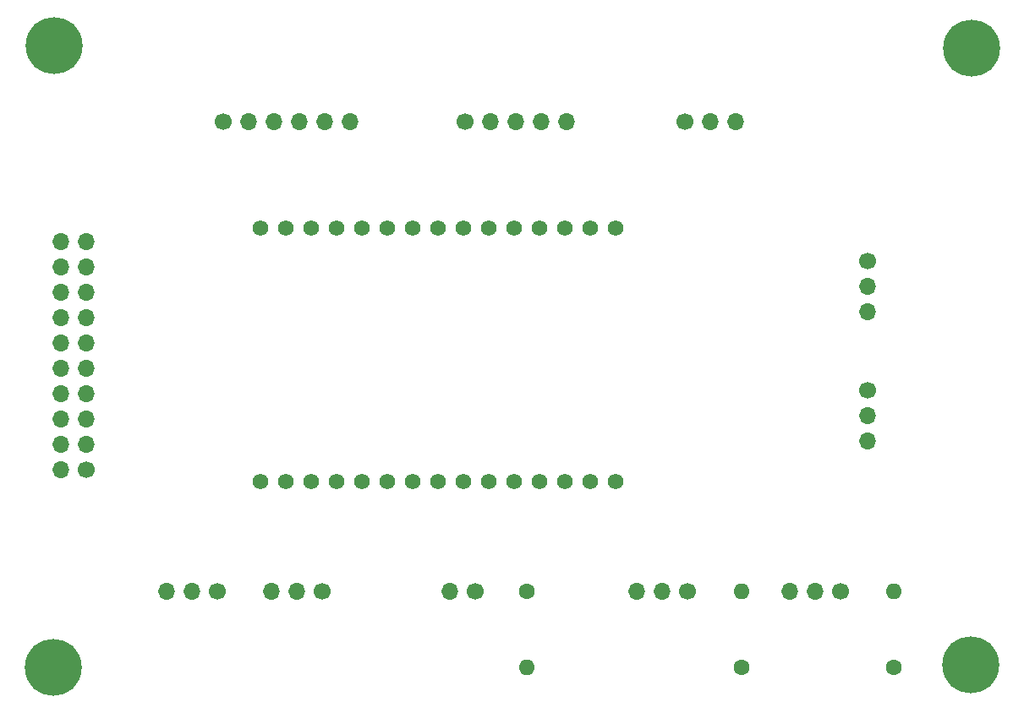
<source format=gbr>
G04 #@! TF.GenerationSoftware,KiCad,Pcbnew,(5.1.10)-1*
G04 #@! TF.CreationDate,2021-10-14T18:13:08-03:00*
G04 #@! TF.ProjectId,esp32_shield,65737033-325f-4736-9869-656c642e6b69,rev?*
G04 #@! TF.SameCoordinates,Original*
G04 #@! TF.FileFunction,Soldermask,Top*
G04 #@! TF.FilePolarity,Negative*
%FSLAX46Y46*%
G04 Gerber Fmt 4.6, Leading zero omitted, Abs format (unit mm)*
G04 Created by KiCad (PCBNEW (5.1.10)-1) date 2021-10-14 18:13:08*
%MOMM*%
%LPD*%
G01*
G04 APERTURE LIST*
%ADD10C,1.700000*%
%ADD11O,1.700000X1.700000*%
%ADD12O,1.600000X1.600000*%
%ADD13C,1.600000*%
%ADD14C,1.560000*%
%ADD15C,5.700000*%
G04 APERTURE END LIST*
D10*
G04 #@! TO.C,J7*
X135764621Y-114995560D03*
D11*
X133224621Y-114995560D03*
G04 #@! TD*
G04 #@! TO.C,J3*
X174994580Y-99930820D03*
X174994580Y-97390820D03*
D10*
X174994580Y-94850820D03*
G04 #@! TD*
G04 #@! TO.C,J2*
X174994580Y-81896820D03*
D11*
X174994580Y-84436820D03*
X174994580Y-86976820D03*
G04 #@! TD*
D10*
G04 #@! TO.C,J6*
X156716740Y-67942060D03*
D11*
X159256740Y-67942060D03*
X161796740Y-67942060D03*
G04 #@! TD*
D10*
G04 #@! TO.C,J8*
X110488740Y-67942060D03*
D11*
X113028740Y-67942060D03*
X115568740Y-67942060D03*
X118108740Y-67942060D03*
X120648740Y-67942060D03*
X123188740Y-67942060D03*
G04 #@! TD*
G04 #@! TO.C,J10*
X167244349Y-115059060D03*
X169784349Y-115059060D03*
D10*
X172324349Y-115059060D03*
G04 #@! TD*
G04 #@! TO.C,J9*
X156954657Y-115059060D03*
D11*
X154414657Y-115059060D03*
X151874657Y-115059060D03*
G04 #@! TD*
D10*
G04 #@! TO.C,J1*
X96823540Y-102820820D03*
D11*
X94283540Y-102820820D03*
X96823540Y-100280820D03*
X94283540Y-100280820D03*
X96823540Y-97740820D03*
X94283540Y-97740820D03*
X96823540Y-95200820D03*
X94283540Y-95200820D03*
X96823540Y-92660820D03*
X94283540Y-92660820D03*
X96823540Y-90120820D03*
X94283540Y-90120820D03*
X96823540Y-87580820D03*
X94283540Y-87580820D03*
X96823540Y-85040820D03*
X94283540Y-85040820D03*
X96823540Y-82500820D03*
X94283540Y-82500820D03*
X96823540Y-79960820D03*
X94283540Y-79960820D03*
G04 #@! TD*
G04 #@! TO.C,J5*
X115314740Y-115059060D03*
X117854740Y-115059060D03*
D10*
X120394740Y-115059060D03*
G04 #@! TD*
G04 #@! TO.C,J4*
X109900585Y-115059060D03*
D11*
X107360585Y-115059060D03*
X104820585Y-115059060D03*
G04 #@! TD*
D10*
G04 #@! TO.C,J11*
X134706740Y-67942060D03*
D11*
X137246740Y-67942060D03*
X139786740Y-67942060D03*
X142326740Y-67942060D03*
X144866740Y-67942060D03*
G04 #@! TD*
D12*
G04 #@! TO.C,R3*
X177671740Y-115059060D03*
D13*
X177671740Y-122679060D03*
G04 #@! TD*
G04 #@! TO.C,R1*
X140905240Y-114995560D03*
D12*
X140905240Y-122615560D03*
G04 #@! TD*
D13*
G04 #@! TO.C,R2*
X162431740Y-122679060D03*
D12*
X162431740Y-115059060D03*
G04 #@! TD*
D14*
G04 #@! TO.C,U1*
X147233580Y-78658320D03*
X144693580Y-78658320D03*
X142153580Y-78658320D03*
X139613580Y-78658320D03*
X137073580Y-78658320D03*
X134533580Y-78658320D03*
X131993580Y-78658320D03*
X129453580Y-78658320D03*
X126913580Y-78658320D03*
X124373580Y-78658320D03*
X121833580Y-78658320D03*
X119293580Y-78658320D03*
X116753580Y-78658320D03*
X114213580Y-78658320D03*
X149773580Y-104058320D03*
X147233580Y-104058320D03*
X144693580Y-104058320D03*
X142153580Y-104058320D03*
X139613580Y-104058320D03*
X137073580Y-104058320D03*
X134533580Y-104058320D03*
X131993580Y-104058320D03*
X129453580Y-104058320D03*
X126913580Y-104058320D03*
X124373580Y-104058320D03*
X121833580Y-104058320D03*
X119293580Y-104058320D03*
X116753580Y-104058320D03*
X114213580Y-104058320D03*
X149773580Y-78658320D03*
G04 #@! TD*
D15*
G04 #@! TO.C,H1*
X93580000Y-60308000D03*
G04 #@! TD*
G04 #@! TO.C,H2*
X93453000Y-122665000D03*
G04 #@! TD*
G04 #@! TO.C,H3*
X185401000Y-60562000D03*
G04 #@! TD*
G04 #@! TO.C,H4*
X185318400Y-122402600D03*
G04 #@! TD*
M02*

</source>
